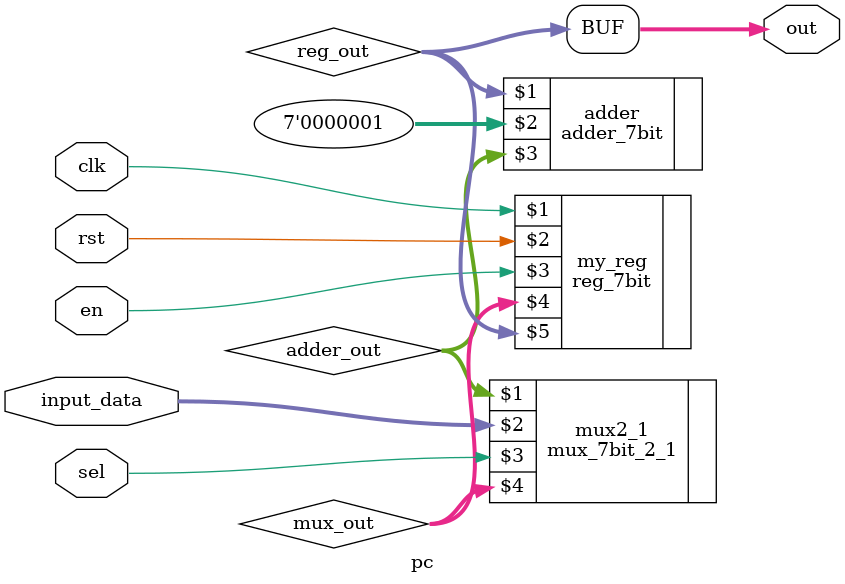
<source format=v>
module pc
(
    input clk, rst, en,
    input[6:0] input_data,
    input sel,
    output[6:0] out
);
    wire[6:0] adder_out, mux_out, reg_out;
    
    adder_7bit adder(reg_out, 7'b0000001, adder_out);
    mux_7bit_2_1 mux2_1(adder_out, input_data, sel, mux_out);
    reg_7bit my_reg(clk, rst, en, mux_out, reg_out);

    assign out = reg_out;
endmodule

</source>
